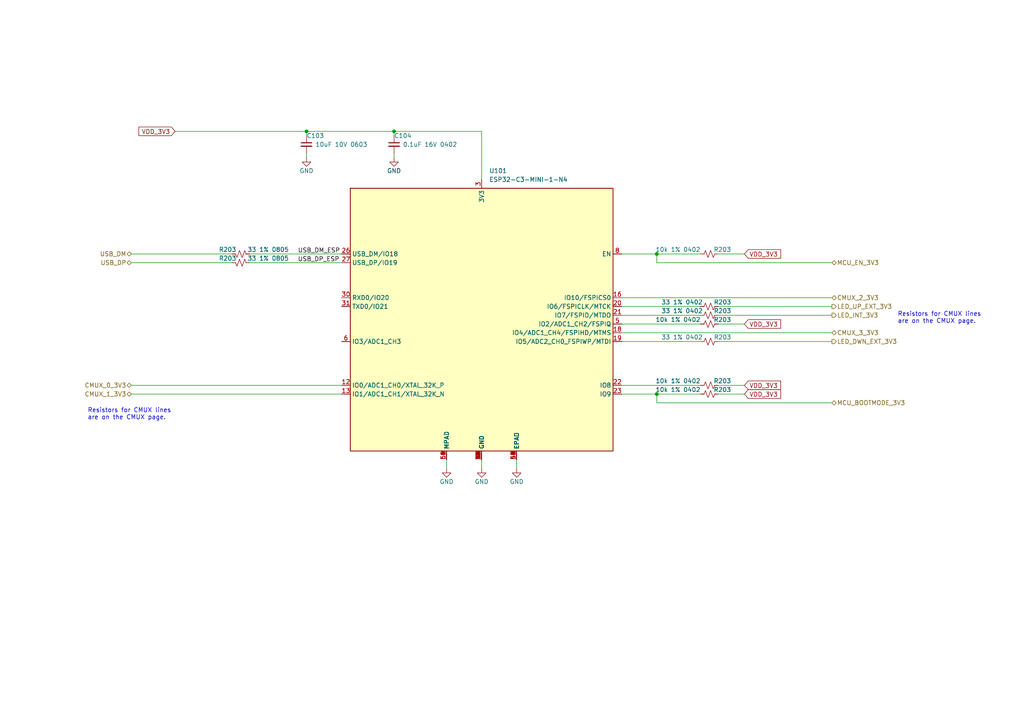
<source format=kicad_sch>
(kicad_sch (version 20230121) (generator eeschema)
  (paper "A4")
  (lib_symbols
    (symbol "Device:C_Small" (pin_numbers hide) (pin_names (offset 0.254) hide)
      (property "Reference" "C" (at 0.254 1.778 0))
      (property "Value" "C_Small" (at 0.254 -2.032 0))
      (symbol "C_Small_0_1"
        (polyline (pts (xy -1.524 -0.508) (xy 1.524 -0.508)) (stroke (width 0.3302)))
        (polyline (pts (xy -1.524 0.508) (xy 1.524 0.508)) (stroke (width 0.3048)))
      )
      (symbol "C_Small_1_1"
        (pin passive line (at 0 2.54 270) (length 2.032) (name "~") (number "1"))
        (pin passive line (at 0 -2.54 90) (length 2.032) (name "~") (number "2"))
      )
    )
    (symbol "Device:R_Small_US" (pin_numbers hide) (pin_names (offset 0.254) hide)
      (property "Reference" "R" (at 0.762 0.508 0))
      (property "Value" "R_Small_US" (at 0.762 -1.016 0))
      (symbol "R_Small_US_1_1"
        (polyline (pts (xy 0 0) (xy 1.016 -0.381) (xy 0 -0.762) (xy -1.016 -1.143) (xy 0 -1.524)))
        (polyline (pts (xy 0 1.524) (xy 1.016 1.143) (xy 0 0.762) (xy -1.016 0.381) (xy 0 0)))
        (pin passive line (at 0 2.54 270) (length 1.016) (name "~") (number "1"))
        (pin passive line (at 0 -2.54 90) (length 1.016) (name "~") (number "2"))
      )
    )
    (symbol "RK_MCU_Espressif:ESP32-C3-MINI-1-N4"
      (property "Reference" "U" (at 0.508 12.954 0))
      (property "Value" "ESP32-C3-MINI-1-N4" (at 1.778 9.398 0))
      (symbol "ESP32-C3-MINI-1-N4_0_1"
        (rectangle (start -38.1 38.1) (end 38.1 -38.1) (stroke (width 0.254)) (fill (type background)))
      )
      (symbol "ESP32-C3-MINI-1-N4_1_1"
        (pin power_in line (at 0 -40.64 90) (length 2.54) (name "GND") (number "1"))
        (pin no_connect line (at -25.4 -40.64 90) (length 2.54) hide (name "NC") (number "10"))
        (pin power_in line (at 0 -40.64 90) (length 2.54) (name "GND") (number "11"))
        (pin bidirectional line (at -40.64 -19.05 0) (length 2.54) (name "IO0/ADC1_CH0/XTAL_32K_P") (number "12"))
        (pin bidirectional line (at -40.64 -21.59 0) (length 2.54) (name "IO1/ADC1_CH1/XTAL_32K_N") (number "13"))
        (pin power_in line (at 0 -40.64 90) (length 2.54) (name "GND") (number "14"))
        (pin no_connect line (at -22.86 -40.64 90) (length 2.54) hide (name "NC") (number "15"))
        (pin bidirectional line (at 40.64 6.35 180) (length 2.54) (name "IO10/FSPICS0") (number "16"))
        (pin no_connect line (at -20.32 -40.64 90) (length 2.54) hide (name "NC") (number "17"))
        (pin bidirectional line (at 40.64 -3.81 180) (length 2.54) (name "IO4/ADC1_CH4/FSPIHD/MTMS") (number "18"))
        (pin bidirectional line (at 40.64 -6.35 180) (length 2.54) (name "IO5/ADC2_CH0_FSPIWP/MTDI") (number "19"))
        (pin power_in line (at 0 -40.64 90) (length 2.54) (name "GND") (number "2"))
        (pin bidirectional line (at 40.64 3.81 180) (length 2.54) (name "IO6/FSPICLK/MTCK") (number "20"))
        (pin bidirectional line (at 40.64 1.27 180) (length 2.54) (name "IO7/FSPID/MTDO") (number "21"))
        (pin bidirectional line (at 40.64 -19.05 180) (length 2.54) (name "IO8") (number "22"))
        (pin bidirectional line (at 40.64 -21.59 180) (length 2.54) (name "IO9") (number "23"))
        (pin no_connect line (at -17.78 -40.64 90) (length 2.54) hide (name "NC") (number "24"))
        (pin no_connect line (at 17.78 -40.64 90) (length 2.54) hide (name "NC") (number "25"))
        (pin bidirectional line (at -40.64 19.05 0) (length 2.54) (name "USB_DM/IO18") (number "26"))
        (pin bidirectional line (at -40.64 16.51 0) (length 2.54) (name "USB_DP/IO19") (number "27"))
        (pin no_connect line (at 20.32 -40.64 90) (length 2.54) hide (name "NC") (number "28"))
        (pin no_connect line (at 22.86 -40.64 90) (length 2.54) hide (name "NC") (number "29"))
        (pin power_in line (at 0 40.64 270) (length 2.54) (name "3V3") (number "3"))
        (pin input line (at -40.64 6.35 0) (length 2.54) (name "RXD0/IO20") (number "30"))
        (pin output line (at -40.64 3.81 0) (length 2.54) (name "TXD0/IO21") (number "31"))
        (pin no_connect line (at 25.4 -40.64 90) (length 2.54) hide (name "NC") (number "32"))
        (pin no_connect line (at 27.94 -40.64 90) (length 2.54) hide (name "NC") (number "33"))
        (pin no_connect line (at 30.48 -40.64 90) (length 2.54) hide (name "NC") (number "34"))
        (pin no_connect line (at 33.02 -40.64 90) (length 2.54) hide (name "NC") (number "35"))
        (pin power_in line (at 0 -40.64 90) (length 2.54) (name "GND") (number "36"))
        (pin power_in line (at 0 -40.64 90) (length 2.54) (name "GND") (number "37"))
        (pin power_in line (at 0 -40.64 90) (length 2.54) (name "GND") (number "38"))
        (pin power_in line (at 0 -40.64 90) (length 2.54) (name "GND") (number "39"))
        (pin no_connect line (at -33.02 -40.64 90) (length 2.54) hide (name "NC") (number "4"))
        (pin power_in line (at 0 -40.64 90) (length 2.54) (name "GND") (number "40"))
        (pin power_in line (at 0 -40.64 90) (length 2.54) (name "GND") (number "41"))
        (pin power_in line (at 0 -40.64 90) (length 2.54) (name "GND") (number "42"))
        (pin power_in line (at 0 -40.64 90) (length 2.54) (name "GND") (number "43"))
        (pin power_in line (at 0 -40.64 90) (length 2.54) (name "GND") (number "44"))
        (pin power_in line (at 0 -40.64 90) (length 2.54) (name "GND") (number "45"))
        (pin power_in line (at 0 -40.64 90) (length 2.54) (name "GND") (number "46"))
        (pin power_in line (at 0 -40.64 90) (length 2.54) (name "GND") (number "47"))
        (pin power_in line (at 0 -40.64 90) (length 2.54) (name "GND") (number "48"))
        (pin power_in line (at 10.16 -40.64 90) (length 2.54) (name "EPAD") (number "49"))
        (pin bidirectional line (at 40.64 -1.27 180) (length 2.54) (name "IO2/ADC1_CH2/FSPIQ") (number "5"))
        (pin power_in line (at 10.16 -40.64 90) (length 2.54) (name "EPAD") (number "50"))
        (pin power_in line (at 10.16 -40.64 90) (length 2.54) (name "EPAD") (number "51"))
        (pin power_in line (at 10.16 -40.64 90) (length 2.54) (name "EPAD") (number "52"))
        (pin power_in line (at 10.16 -40.64 90) (length 2.54) (name "EPAD") (number "53"))
        (pin power_in line (at 10.16 -40.64 90) (length 2.54) (name "EPAD") (number "54"))
        (pin power_in line (at 10.16 -40.64 90) (length 2.54) (name "EPAD") (number "55"))
        (pin power_in line (at 10.16 -40.64 90) (length 2.54) (name "EPAD") (number "56"))
        (pin power_in line (at 10.16 -40.64 90) (length 2.54) (name "EPAD") (number "57"))
        (pin power_in line (at -10.16 -40.64 90) (length 2.54) (name "MPAD") (number "58"))
        (pin power_in line (at -10.16 -40.64 90) (length 2.54) (name "MPAD") (number "59"))
        (pin bidirectional line (at -40.64 -6.35 0) (length 2.54) (name "IO3/ADC1_CH3") (number "6"))
        (pin power_in line (at -10.16 -40.64 90) (length 2.54) (name "MPAD") (number "60"))
        (pin power_in line (at -10.16 -40.64 90) (length 2.54) (name "MPAD") (number "61"))
        (pin no_connect line (at -30.48 -40.64 90) (length 2.54) hide (name "NC") (number "7"))
        (pin input line (at 40.64 19.05 180) (length 2.54) (name "EN") (number "8"))
        (pin no_connect line (at -27.94 -40.64 90) (length 2.54) hide (name "NC") (number "9"))
      )
    )
    (symbol "power:GND" (power) (pin_names (offset 0))
      (property "Value" "GND" (at 0 -3.81 0))
      (symbol "GND_0_1"
        (polyline (pts (xy 0 0) (xy 0 -1.27) (xy 1.27 -1.27) (xy 0 -2.54) (xy -1.27 -1.27) (xy 0 -1.27)))
      )
      (symbol "GND_1_1"
        (pin power_in line (at 0 0 270) (length 0) hide (name "GND") (number "1"))
      )
    )
  )
  (junction (at 190.5 114.3))
  (junction (at 190.5 73.66))
  (junction (at 114.3 38.1))
  (junction (at 88.9 38.1))
  (wire (pts (xy 180.34 114.3) (xy 190.5 114.3)))
  (wire (pts (xy 241.3 99.06) (xy 208.28 99.06)))
  (wire (pts (xy 190.5 76.2) (xy 241.3 76.2)))
  (wire (pts (xy 203.2 91.44) (xy 180.34 91.44)))
  (wire (pts (xy 139.7 133.35) (xy 139.7 135.89)))
  (wire (pts (xy 180.34 96.52) (xy 241.3 96.52)))
  (wire (pts (xy 139.7 38.1) (xy 139.7 52.07)))
  (wire (pts (xy 72.39 76.2) (xy 99.06 76.2)))
  (wire (pts (xy 203.2 99.06) (xy 180.34 99.06)))
  (wire (pts (xy 114.3 38.1) (xy 139.7 38.1)))
  (wire (pts (xy 180.34 73.66) (xy 190.5 73.66)))
  (wire (pts (xy 38.1 73.66) (xy 67.31 73.66)))
  (wire (pts (xy 180.34 111.76) (xy 203.2 111.76)))
  (wire (pts (xy 190.5 114.3) (xy 203.2 114.3)))
  (wire (pts (xy 190.5 116.84) (xy 241.3 116.84)))
  (wire (pts (xy 180.34 93.98) (xy 203.2 93.98)))
  (wire (pts (xy 88.9 38.1) (xy 114.3 38.1)))
  (wire (pts (xy 208.28 114.3) (xy 215.9 114.3)))
  (wire (pts (xy 241.3 91.44) (xy 208.28 91.44)))
  (wire (pts (xy 114.3 44.45) (xy 114.3 45.72)))
  (wire (pts (xy 241.3 88.9) (xy 208.28 88.9)))
  (wire (pts (xy 208.28 111.76) (xy 215.9 111.76)))
  (wire (pts (xy 88.9 38.1) (xy 88.9 39.37)))
  (wire (pts (xy 50.8 38.1) (xy 88.9 38.1)))
  (wire (pts (xy 88.9 44.45) (xy 88.9 45.72)))
  (wire (pts (xy 190.5 114.3) (xy 190.5 116.84)))
  (wire (pts (xy 203.2 88.9) (xy 180.34 88.9)))
  (wire (pts (xy 208.28 73.66) (xy 215.9 73.66)))
  (wire (pts (xy 190.5 73.66) (xy 203.2 73.66)))
  (wire (pts (xy 149.86 133.35) (xy 149.86 135.89)))
  (wire (pts (xy 190.5 73.66) (xy 190.5 76.2)))
  (wire (pts (xy 72.39 73.66) (xy 99.06 73.66)))
  (wire (pts (xy 99.06 114.3) (xy 38.1 114.3)))
  (wire (pts (xy 129.54 133.35) (xy 129.54 135.89)))
  (wire (pts (xy 208.28 93.98) (xy 215.9 93.98)))
  (wire (pts (xy 180.34 86.36) (xy 241.3 86.36)))
  (wire (pts (xy 114.3 38.1) (xy 114.3 39.37)))
  (wire (pts (xy 38.1 76.2) (xy 67.31 76.2)))
  (wire (pts (xy 99.06 111.76) (xy 38.1 111.76)))
  (text "Resistors for CMUX lines\nare on the CMUX page." (at 260.35 93.98 0) (effects (font (size 1.27 1.27)) (justify left bottom)))
  (text "Resistors for CMUX lines\nare on the CMUX page." (at 25.4 121.92 0) (effects (font (size 1.27 1.27)) (justify left bottom)))
  (label "USB_DM_ESP" (at 86.36 73.66 0))
  (label "USB_DP_ESP" (at 86.36 76.2 0))
  (global_label "VDD_3V3" (shape input) (at 215.9 111.76 0) (property "Intersheetrefs" "${INTERSHEET_REFS}" (effects hide)))
  (global_label "VDD_3V3" (shape input) (at 215.9 93.98 0) (property "Intersheetrefs" "${INTERSHEET_REFS}" (effects hide)))
  (global_label "VDD_3V3" (shape input) (at 50.8 38.1 180) (property "Intersheetrefs" "${INTERSHEET_REFS}" (effects hide)))
  (global_label "VDD_3V3" (shape input) (at 215.9 73.66 0) (property "Intersheetrefs" "${INTERSHEET_REFS}" (effects hide)))
  (global_label "VDD_3V3" (shape input) (at 215.9 114.3 0) (property "Intersheetrefs" "${INTERSHEET_REFS}" (effects hide)))
  (hierarchical_label "CMUX_2_3V3" (shape bidirectional) (at 241.3 86.36 0))
  (hierarchical_label "LED_DWN_EXT_3V3" (shape output) (at 241.3 99.06 0))
  (hierarchical_label "CMUX_1_3V3" (shape bidirectional) (at 38.1 114.3 180))
  (hierarchical_label "CMUX_0_3V3" (shape bidirectional) (at 38.1 111.76 180))
  (hierarchical_label "MCU_EN_3V3" (shape bidirectional) (at 241.3 76.2 0))
  (hierarchical_label "MCU_BOOTMODE_3V3" (shape bidirectional) (at 241.3 116.84 0))
  (hierarchical_label "USB_DP" (shape bidirectional) (at 38.1 76.2 180))
  (hierarchical_label "LED_UP_EXT_3V3" (shape output) (at 241.3 88.9 0))
  (hierarchical_label "USB_DM" (shape bidirectional) (at 38.1 73.66 180))
  (hierarchical_label "LED_INT_3V3" (shape output) (at 241.3 91.44 0))
  (hierarchical_label "CMUX_3_3V3" (shape bidirectional) (at 241.3 96.52 0))
  (symbol (lib_id "Device:R_Small_US") (at 205.74 93.98 270) (unit 1)
    (property "Reference" "R203" (at 212.09 92.71 90) (effects (justify right)))
    (property "Value" "10k 1% 0402" (at 203.2 92.71 90) (effects (justify right)))
    (property "Footprint" "Resistor_SMD:R_0402_1005Metric" (effects hide))
    (property "JLC_Cost" "0.0004" (effects hide))
    (property "JLC_Manufacturer" "UNI-ROYAL(Uniroyal Elec)" (effects hide))
    (property "JLC_PN" "C25744" (effects hide))
    (property "JLC_Type" "Basic" (effects hide))
    (property "JLC_MPN" "0402WGF1002TCE" (effects hide))
    (instances (project "Sleigh_Controller_Ornament_2023" (path "" (reference "R203") (unit 1)) (path "" (reference "R313") (unit 1)) (path "" (reference "R408") (unit 1))))
  )
  (symbol (lib_id "Device:R_Small_US") (at 205.74 111.76 270) (unit 1)
    (property "Reference" "R203" (at 212.09 110.49 90) (effects (justify right)))
    (property "Value" "10k 1% 0402" (at 203.2 110.49 90) (effects (justify right)))
    (property "Footprint" "Resistor_SMD:R_0402_1005Metric" (effects hide))
    (property "JLC_Cost" "0.0004" (effects hide))
    (property "JLC_Manufacturer" "UNI-ROYAL(Uniroyal Elec)" (effects hide))
    (property "JLC_PN" "C25744" (effects hide))
    (property "JLC_Type" "Basic" (effects hide))
    (property "JLC_MPN" "0402WGF1002TCE" (effects hide))
    (instances (project "Sleigh_Controller_Ornament_2023" (path "" (reference "R203") (unit 1)) (path "" (reference "R313") (unit 1)) (path "" (reference "R409") (unit 1))))
  )
  (symbol (lib_id "Device:R_Small_US") (at 205.74 114.3 270) (unit 1)
    (property "Reference" "R203" (at 212.09 113.03 90) (effects (justify right)))
    (property "Value" "10k 1% 0402" (at 203.2 113.03 90) (effects (justify right)))
    (property "Footprint" "Resistor_SMD:R_0402_1005Metric" (effects hide))
    (property "JLC_Cost" "0.0004" (effects hide))
    (property "JLC_Manufacturer" "UNI-ROYAL(Uniroyal Elec)" (effects hide))
    (property "JLC_PN" "C25744" (effects hide))
    (property "JLC_Type" "Basic" (effects hide))
    (property "JLC_MPN" "0402WGF1002TCE" (effects hide))
    (instances (project "Sleigh_Controller_Ornament_2023" (path "" (reference "R203") (unit 1)) (path "" (reference "R313") (unit 1)) (path "" (reference "R410") (unit 1))))
  )
  (symbol (lib_id "RK_MCU_Espressif:ESP32-C3-MINI-1-N4") (at 139.7 92.71 0) (unit 1)
    (property "Reference" "U101" (at 141.8941 49.53 0) (effects (justify left)))
    (property "Value" "ESP32-C3-MINI-1-N4" (at 141.8941 52.07 0) (effects (justify left)))
    (property "Footprint" "RK_MCU_Modules:ESP32-C3-MINI-1-N4" (effects hide))
    (property "Datasheet" "http://espressif.com/sites/default/files/documentation/0a-https://www.espressif.com/sites/default/files/documentation/esp32-wrover-e_esp32-wrover-ie_datasheet_en.pdf" (effects hide))
    (property "JLC_Cost" "2.3677" (effects hide))
    (property "JLC_Manufacturer" "Espressif Systems" (effects hide))
    (property "JLC_PN" "C2838502" (effects hide))
    (property "JLC_Type" "Extended" (effects hide))
    (property "JLC_MPN" "ESP32-C3-MINI-1-N4" (effects hide))
    (instances (project "Sleigh_Controller_Ornament_2023" (path "" (reference "U101") (unit 1)) (path "" (reference "U401") (unit 1))))
  )
  (symbol (lib_id "Device:R_Small_US") (at 205.74 88.9 90) (unit 1)
    (property "Reference" "R203" (at 207.01 87.63 90) (effects (justify right)))
    (property "Value" "33 1% 0402" (at 191.77 87.63 90) (effects (justify right)))
    (property "Footprint" "Resistor_SMD:R_0402_1005Metric" (effects hide))
    (property "JLC_Cost" "0.0004" (effects hide))
    (property "JLC_Manufacturer" "UNI-ROYAL(Uniroyal Elec)" (effects hide))
    (property "JLC_PN" "C25105" (effects hide))
    (property "JLC_Type" "Basic" (effects hide))
    (property "JLC_MPN" "0402WGF330JTCE" (effects hide))
    (instances (project "Sleigh_Controller_Ornament_2023" (path "" (reference "R203") (unit 1)) (path "" (reference "R316") (unit 1)) (path "" (reference "R406") (unit 1))))
  )
  (symbol (lib_id "Device:R_Small_US") (at 205.74 73.66 270) (unit 1)
    (property "Reference" "R203" (at 212.09 72.39 90) (effects (justify right)))
    (property "Value" "10k 1% 0402" (at 203.2 72.39 90) (effects (justify right)))
    (property "Footprint" "Resistor_SMD:R_0402_1005Metric" (effects hide))
    (property "JLC_Cost" "0.0004" (effects hide))
    (property "JLC_Manufacturer" "UNI-ROYAL(Uniroyal Elec)" (effects hide))
    (property "JLC_PN" "C25744" (effects hide))
    (property "JLC_Type" "Basic" (effects hide))
    (property "JLC_MPN" "0402WGF1002TCE" (effects hide))
    (instances (project "Sleigh_Controller_Ornament_2023" (path "" (reference "R203") (unit 1)) (path "" (reference "R313") (unit 1)) (path "" (reference "R407") (unit 1))))
  )
  (symbol (lib_id "Device:R_Small_US") (at 205.74 91.44 90) (unit 1)
    (property "Reference" "R203" (at 207.01 90.17 90) (effects (justify right)))
    (property "Value" "33 1% 0402" (at 191.77 90.17 90) (effects (justify right)))
    (property "Footprint" "Resistor_SMD:R_0402_1005Metric" (effects hide))
    (property "JLC_Cost" "0.0004" (effects hide))
    (property "JLC_Manufacturer" "UNI-ROYAL(Uniroyal Elec)" (effects hide))
    (property "JLC_PN" "C25105" (effects hide))
    (property "JLC_Type" "Basic" (effects hide))
    (property "JLC_MPN" "0402WGF330JTCE" (effects hide))
    (instances (project "Sleigh_Controller_Ornament_2023" (path "" (reference "R203") (unit 1)) (path "" (reference "R316") (unit 1)) (path "" (reference "R404") (unit 1))))
  )
  (symbol (lib_id "power:GND") (at 149.86 135.89 0) (unit 1)
    (property "Reference" "#PWR0104" (effects hide))
    (property "Value" "GND" (at 149.86 139.7 0))
    (instances (project "Sleigh_Controller_Ornament_2023" (path "" (reference "#PWR0104") (unit 1)) (path "" (reference "#PWR0207") (unit 1)) (path "" (reference "#PWR0405") (unit 1))))
  )
  (symbol (lib_id "power:GND") (at 88.9 45.72 0) (unit 1)
    (property "Reference" "#PWR0104" (effects hide))
    (property "Value" "GND" (at 88.9 49.53 0))
    (instances (project "Sleigh_Controller_Ornament_2023" (path "" (reference "#PWR0104") (unit 1)) (path "" (reference "#PWR0207") (unit 1)) (path "" (reference "#PWR0401") (unit 1))))
  )
  (symbol (lib_id "Device:R_Small_US") (at 69.85 73.66 270) (mirror x) (unit 1)
    (property "Reference" "R203" (at 68.58 72.39 90) (effects (justify right)))
    (property "Value" "33 1% 0805" (at 83.82 72.39 90) (effects (justify right)))
    (property "Footprint" "Resistor_SMD:R_0805_2012Metric" (effects hide))
    (property "JLC_Cost" "0.0027" (effects hide))
    (property "JLC_Manufacturer" "UNI-ROYAL(Uniroyal Elec)" (effects hide))
    (property "JLC_PN" "C17634" (effects hide))
    (property "JLC_Type" "Basic" (effects hide))
    (property "JLC_MPN" "0805W8F330JT5E" (effects hide))
    (instances (project "Sleigh_Controller_Ornament_2023" (path "" (reference "R203") (unit 1)) (path "" (reference "R316") (unit 1)) (path "" (reference "R402") (unit 1))))
  )
  (symbol (lib_id "Device:C_Small") (at 114.3 41.91 0) (unit 1)
    (property "Reference" "C104" (at 114.3 39.37 0) (effects (justify left)))
    (property "Value" "0.1uF 16V 0402" (at 116.84 41.91 0) (effects (justify left)))
    (property "Footprint" "Capacitor_SMD:C_0402_1005Metric" (effects hide))
    (property "JLC_Cost" "0.0009" (effects hide))
    (property "JLC_Manufacturer" "Samsung Electro-Mechanics" (effects hide))
    (property "JLC_PN" "C1525" (effects hide))
    (property "JLC_Type" "Basic" (effects hide))
    (property "JLC_MPN" "CL05B104KO5NNNC" (effects hide))
    (instances (project "Sleigh_Controller_Ornament_2023" (path "" (reference "C104") (unit 1)) (path "" (reference "C306") (unit 1)) (path "" (reference "C402") (unit 1))))
  )
  (symbol (lib_id "Device:R_Small_US") (at 205.74 99.06 90) (unit 1)
    (property "Reference" "R203" (at 207.01 97.79 90) (effects (justify right)))
    (property "Value" "33 1% 0402" (at 191.77 97.79 90) (effects (justify right)))
    (property "Footprint" "Resistor_SMD:R_0402_1005Metric" (effects hide))
    (property "JLC_Cost" "0.0004" (effects hide))
    (property "JLC_Manufacturer" "UNI-ROYAL(Uniroyal Elec)" (effects hide))
    (property "JLC_PN" "C25105" (effects hide))
    (property "JLC_Type" "Basic" (effects hide))
    (property "JLC_MPN" "0402WGF330JTCE" (effects hide))
    (instances (project "Sleigh_Controller_Ornament_2023" (path "" (reference "R203") (unit 1)) (path "" (reference "R316") (unit 1)) (path "" (reference "R405") (unit 1))))
  )
  (symbol (lib_id "power:GND") (at 114.3 45.72 0) (unit 1)
    (property "Reference" "#PWR0104" (effects hide))
    (property "Value" "GND" (at 114.3 49.53 0))
    (instances (project "Sleigh_Controller_Ornament_2023" (path "" (reference "#PWR0104") (unit 1)) (path "" (reference "#PWR0207") (unit 1)) (path "" (reference "#PWR0402") (unit 1))))
  )
  (symbol (lib_id "power:GND") (at 139.7 135.89 0) (unit 1)
    (property "Reference" "#PWR0104" (effects hide))
    (property "Value" "GND" (at 139.7 139.7 0))
    (instances (project "Sleigh_Controller_Ornament_2023" (path "" (reference "#PWR0104") (unit 1)) (path "" (reference "#PWR0207") (unit 1)) (path "" (reference "#PWR0404") (unit 1))))
  )
  (symbol (lib_id "Device:R_Small_US") (at 69.85 76.2 270) (mirror x) (unit 1)
    (property "Reference" "R203" (at 68.58 74.93 90) (effects (justify right)))
    (property "Value" "33 1% 0805" (at 83.82 74.93 90) (effects (justify right)))
    (property "Footprint" "Resistor_SMD:R_0805_2012Metric" (effects hide))
    (property "JLC_Cost" "0.0027" (effects hide))
    (property "JLC_Manufacturer" "UNI-ROYAL(Uniroyal Elec)" (effects hide))
    (property "JLC_PN" "C17634" (effects hide))
    (property "JLC_Type" "Basic" (effects hide))
    (property "JLC_MPN" "0805W8F330JT5E" (effects hide))
    (instances (project "Sleigh_Controller_Ornament_2023" (path "" (reference "R203") (unit 1)) (path "" (reference "R316") (unit 1)) (path "" (reference "R403") (unit 1))))
  )
  (symbol (lib_id "Device:C_Small") (at 88.9 41.91 0) (unit 1)
    (property "Reference" "C103" (at 88.9 39.37 0) (effects (justify left)))
    (property "Value" "10uF 10V 0603" (at 91.44 41.91 0) (effects (justify left)))
    (property "Footprint" "Capacitor_SMD:C_0603_1608Metric" (effects hide))
    (property "JLC_Cost" "0.005" (effects hide))
    (property "JLC_Manufacturer" "Samsung Electro-Mechanics" (effects hide))
    (property "JLC_PN" "C19702" (effects hide))
    (property "JLC_Type" "Basic" (effects hide))
    (property "JLC_MPN" "CL10A106KP8NNNC" (effects hide))
    (instances (project "Sleigh_Controller_Ornament_2023" (path "" (reference "C103") (unit 1)) (path "" (reference "C305") (unit 1)) (path "" (reference "C401") (unit 1))))
  )
  (symbol (lib_id "power:GND") (at 129.54 135.89 0) (unit 1)
    (property "Reference" "#PWR0104" (effects hide))
    (property "Value" "GND" (at 129.54 139.7 0))
    (instances (project "Sleigh_Controller_Ornament_2023" (path "" (reference "#PWR0104") (unit 1)) (path "" (reference "#PWR0207") (unit 1)) (path "" (reference "#PWR0403") (unit 1))))
  )
)
</source>
